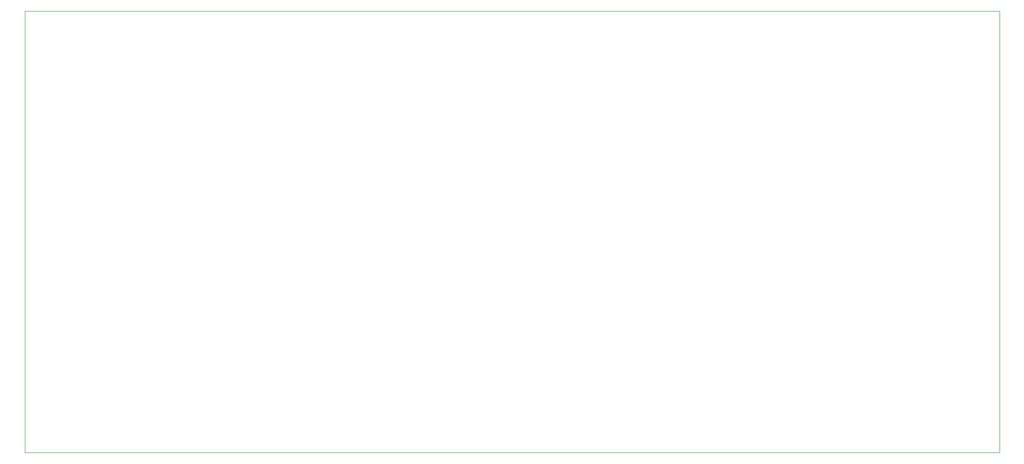
<source format=gbr>
G04 (created by PCBNEW (2013-07-07 BZR 4022)-stable) date 2020-03-17 3:52:32 PM*
%MOIN*%
G04 Gerber Fmt 3.4, Leading zero omitted, Abs format*
%FSLAX34Y34*%
G01*
G70*
G90*
G04 APERTURE LIST*
%ADD10C,0.00590551*%
%ADD11C,0.00393701*%
G04 APERTURE END LIST*
G54D10*
G54D11*
X130000Y-23500D02*
X130000Y-55500D01*
X59500Y-23500D02*
X130000Y-23500D01*
X59500Y-55500D02*
X59500Y-23500D01*
X130000Y-55500D02*
X59500Y-55500D01*
M02*

</source>
